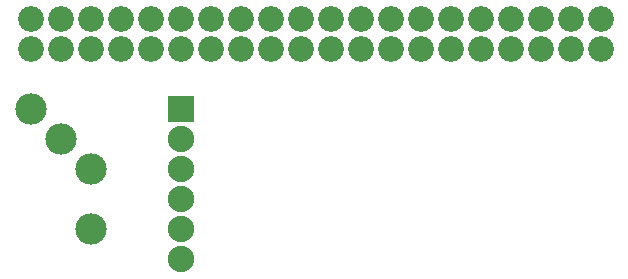
<source format=gbs>
G04 MADE WITH FRITZING*
G04 WWW.FRITZING.ORG*
G04 DOUBLE SIDED*
G04 HOLES PLATED*
G04 CONTOUR ON CENTER OF CONTOUR VECTOR*
%ASAXBY*%
%FSLAX23Y23*%
%MOIN*%
%OFA0B0*%
%SFA1.0B1.0*%
%ADD10C,0.085361*%
%ADD11C,0.104488*%
%ADD12C,0.088000*%
%ADD13R,0.088000X0.088000*%
%LNMASK0*%
G90*
G70*
G54D10*
X144Y909D03*
X244Y909D03*
X344Y909D03*
X444Y909D03*
X544Y909D03*
X644Y909D03*
X744Y909D03*
X844Y909D03*
X944Y909D03*
X1044Y909D03*
X1144Y909D03*
X1244Y909D03*
X1344Y909D03*
X1444Y909D03*
X1544Y909D03*
X1644Y909D03*
X1744Y909D03*
X1844Y909D03*
X1944Y909D03*
X2044Y909D03*
X2044Y1009D03*
X1944Y1009D03*
X1844Y1009D03*
X1744Y1009D03*
X1644Y1009D03*
X1544Y1009D03*
X1444Y1009D03*
X1344Y1009D03*
X1244Y1009D03*
X1144Y1009D03*
X1044Y1009D03*
X944Y1009D03*
X844Y1009D03*
X744Y1009D03*
X644Y1009D03*
X544Y1009D03*
X444Y1009D03*
X344Y1009D03*
X244Y1009D03*
X144Y1009D03*
G54D11*
X344Y509D03*
X244Y609D03*
X144Y709D03*
X344Y309D03*
G54D12*
X644Y709D03*
X644Y609D03*
X644Y509D03*
X644Y409D03*
X644Y309D03*
X644Y209D03*
G54D13*
X644Y709D03*
G04 End of Mask0*
M02*
</source>
